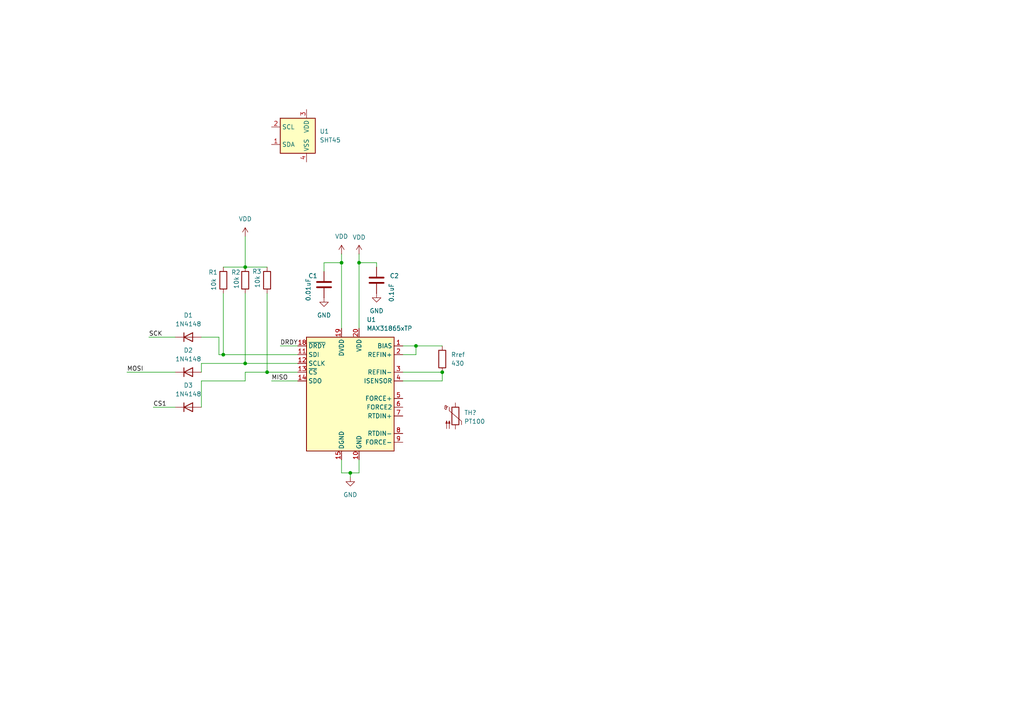
<source format=kicad_sch>
(kicad_sch
	(version 20231120)
	(generator "eeschema")
	(generator_version "8.0")
	(uuid "806c2b02-a4bc-495f-a2fb-3eb29a25edd2")
	(paper "A4")
	(lib_symbols
		(symbol "Device:C"
			(pin_numbers hide)
			(pin_names
				(offset 0.254)
			)
			(exclude_from_sim no)
			(in_bom yes)
			(on_board yes)
			(property "Reference" "C"
				(at 0.635 2.54 0)
				(effects
					(font
						(size 1.27 1.27)
					)
					(justify left)
				)
			)
			(property "Value" "C"
				(at 0.635 -2.54 0)
				(effects
					(font
						(size 1.27 1.27)
					)
					(justify left)
				)
			)
			(property "Footprint" ""
				(at 0.9652 -3.81 0)
				(effects
					(font
						(size 1.27 1.27)
					)
					(hide yes)
				)
			)
			(property "Datasheet" "~"
				(at 0 0 0)
				(effects
					(font
						(size 1.27 1.27)
					)
					(hide yes)
				)
			)
			(property "Description" "Unpolarized capacitor"
				(at 0 0 0)
				(effects
					(font
						(size 1.27 1.27)
					)
					(hide yes)
				)
			)
			(property "ki_keywords" "cap capacitor"
				(at 0 0 0)
				(effects
					(font
						(size 1.27 1.27)
					)
					(hide yes)
				)
			)
			(property "ki_fp_filters" "C_*"
				(at 0 0 0)
				(effects
					(font
						(size 1.27 1.27)
					)
					(hide yes)
				)
			)
			(symbol "C_0_1"
				(polyline
					(pts
						(xy -2.032 -0.762) (xy 2.032 -0.762)
					)
					(stroke
						(width 0.508)
						(type default)
					)
					(fill
						(type none)
					)
				)
				(polyline
					(pts
						(xy -2.032 0.762) (xy 2.032 0.762)
					)
					(stroke
						(width 0.508)
						(type default)
					)
					(fill
						(type none)
					)
				)
			)
			(symbol "C_1_1"
				(pin passive line
					(at 0 3.81 270)
					(length 2.794)
					(name "~"
						(effects
							(font
								(size 1.27 1.27)
							)
						)
					)
					(number "1"
						(effects
							(font
								(size 1.27 1.27)
							)
						)
					)
				)
				(pin passive line
					(at 0 -3.81 90)
					(length 2.794)
					(name "~"
						(effects
							(font
								(size 1.27 1.27)
							)
						)
					)
					(number "2"
						(effects
							(font
								(size 1.27 1.27)
							)
						)
					)
				)
			)
		)
		(symbol "Device:R"
			(pin_numbers hide)
			(pin_names
				(offset 0)
			)
			(exclude_from_sim no)
			(in_bom yes)
			(on_board yes)
			(property "Reference" "R"
				(at 2.032 0 90)
				(effects
					(font
						(size 1.27 1.27)
					)
				)
			)
			(property "Value" "R"
				(at 0 0 90)
				(effects
					(font
						(size 1.27 1.27)
					)
				)
			)
			(property "Footprint" ""
				(at -1.778 0 90)
				(effects
					(font
						(size 1.27 1.27)
					)
					(hide yes)
				)
			)
			(property "Datasheet" "~"
				(at 0 0 0)
				(effects
					(font
						(size 1.27 1.27)
					)
					(hide yes)
				)
			)
			(property "Description" "Resistor"
				(at 0 0 0)
				(effects
					(font
						(size 1.27 1.27)
					)
					(hide yes)
				)
			)
			(property "ki_keywords" "R res resistor"
				(at 0 0 0)
				(effects
					(font
						(size 1.27 1.27)
					)
					(hide yes)
				)
			)
			(property "ki_fp_filters" "R_*"
				(at 0 0 0)
				(effects
					(font
						(size 1.27 1.27)
					)
					(hide yes)
				)
			)
			(symbol "R_0_1"
				(rectangle
					(start -1.016 -2.54)
					(end 1.016 2.54)
					(stroke
						(width 0.254)
						(type default)
					)
					(fill
						(type none)
					)
				)
			)
			(symbol "R_1_1"
				(pin passive line
					(at 0 3.81 270)
					(length 1.27)
					(name "~"
						(effects
							(font
								(size 1.27 1.27)
							)
						)
					)
					(number "1"
						(effects
							(font
								(size 1.27 1.27)
							)
						)
					)
				)
				(pin passive line
					(at 0 -3.81 90)
					(length 1.27)
					(name "~"
						(effects
							(font
								(size 1.27 1.27)
							)
						)
					)
					(number "2"
						(effects
							(font
								(size 1.27 1.27)
							)
						)
					)
				)
			)
		)
		(symbol "Diode:1N4148"
			(pin_numbers hide)
			(pin_names hide)
			(exclude_from_sim no)
			(in_bom yes)
			(on_board yes)
			(property "Reference" "D"
				(at 0 2.54 0)
				(effects
					(font
						(size 1.27 1.27)
					)
				)
			)
			(property "Value" "1N4148"
				(at 0 -2.54 0)
				(effects
					(font
						(size 1.27 1.27)
					)
				)
			)
			(property "Footprint" "Diode_THT:D_DO-35_SOD27_P7.62mm_Horizontal"
				(at 0 0 0)
				(effects
					(font
						(size 1.27 1.27)
					)
					(hide yes)
				)
			)
			(property "Datasheet" "https://assets.nexperia.com/documents/data-sheet/1N4148_1N4448.pdf"
				(at 0 0 0)
				(effects
					(font
						(size 1.27 1.27)
					)
					(hide yes)
				)
			)
			(property "Description" "100V 0.15A standard switching diode, DO-35"
				(at 0 0 0)
				(effects
					(font
						(size 1.27 1.27)
					)
					(hide yes)
				)
			)
			(property "Sim.Device" "D"
				(at 0 0 0)
				(effects
					(font
						(size 1.27 1.27)
					)
					(hide yes)
				)
			)
			(property "Sim.Pins" "1=K 2=A"
				(at 0 0 0)
				(effects
					(font
						(size 1.27 1.27)
					)
					(hide yes)
				)
			)
			(property "ki_keywords" "diode"
				(at 0 0 0)
				(effects
					(font
						(size 1.27 1.27)
					)
					(hide yes)
				)
			)
			(property "ki_fp_filters" "D*DO?35*"
				(at 0 0 0)
				(effects
					(font
						(size 1.27 1.27)
					)
					(hide yes)
				)
			)
			(symbol "1N4148_0_1"
				(polyline
					(pts
						(xy -1.27 1.27) (xy -1.27 -1.27)
					)
					(stroke
						(width 0.254)
						(type default)
					)
					(fill
						(type none)
					)
				)
				(polyline
					(pts
						(xy 1.27 0) (xy -1.27 0)
					)
					(stroke
						(width 0)
						(type default)
					)
					(fill
						(type none)
					)
				)
				(polyline
					(pts
						(xy 1.27 1.27) (xy 1.27 -1.27) (xy -1.27 0) (xy 1.27 1.27)
					)
					(stroke
						(width 0.254)
						(type default)
					)
					(fill
						(type none)
					)
				)
			)
			(symbol "1N4148_1_1"
				(pin passive line
					(at -3.81 0 0)
					(length 2.54)
					(name "K"
						(effects
							(font
								(size 1.27 1.27)
							)
						)
					)
					(number "1"
						(effects
							(font
								(size 1.27 1.27)
							)
						)
					)
				)
				(pin passive line
					(at 3.81 0 180)
					(length 2.54)
					(name "A"
						(effects
							(font
								(size 1.27 1.27)
							)
						)
					)
					(number "2"
						(effects
							(font
								(size 1.27 1.27)
							)
						)
					)
				)
			)
		)
		(symbol "Sensor_Humidity:SHT4x"
			(exclude_from_sim no)
			(in_bom yes)
			(on_board yes)
			(property "Reference" "U"
				(at 0 8.89 0)
				(effects
					(font
						(size 1.27 1.27)
					)
					(justify right)
				)
			)
			(property "Value" "SHT4x"
				(at 0 6.35 0)
				(effects
					(font
						(size 1.27 1.27)
					)
					(justify right)
				)
			)
			(property "Footprint" "Sensor_Humidity:Sensirion_DFN-4_1.5x1.5mm_P0.8mm_SHT4x_NoCentralPad"
				(at 3.81 -6.35 0)
				(effects
					(font
						(size 1.27 1.27)
					)
					(justify left)
					(hide yes)
				)
			)
			(property "Datasheet" "https://sensirion.com/media/documents/33FD6951/624C4357/Datasheet_SHT4x.pdf"
				(at 3.81 -8.89 0)
				(effects
					(font
						(size 1.27 1.27)
					)
					(justify left)
					(hide yes)
				)
			)
			(property "Description" "Digital Humidity and Temperature Sensor, +/-1%RH, +/-0.1degC, I2C, 1.08-3.6V, 16bit, DFN-4"
				(at 0 0 0)
				(effects
					(font
						(size 1.27 1.27)
					)
					(hide yes)
				)
			)
			(property "ki_keywords" "Sensirion environment environmental measurement digital SHT40 SHT41 SHT45"
				(at 0 0 0)
				(effects
					(font
						(size 1.27 1.27)
					)
					(hide yes)
				)
			)
			(property "ki_fp_filters" "Sensirion?DFN*1.5x1.5mm*P0.8mm*SHT4x*"
				(at 0 0 0)
				(effects
					(font
						(size 1.27 1.27)
					)
					(hide yes)
				)
			)
			(symbol "SHT4x_1_1"
				(rectangle
					(start -5.08 5.08)
					(end 5.08 -5.08)
					(stroke
						(width 0.254)
						(type default)
					)
					(fill
						(type background)
					)
				)
				(pin bidirectional line
					(at -7.62 -2.54 0)
					(length 2.54)
					(name "SDA"
						(effects
							(font
								(size 1.27 1.27)
							)
						)
					)
					(number "1"
						(effects
							(font
								(size 1.27 1.27)
							)
						)
					)
				)
				(pin input line
					(at -7.62 2.54 0)
					(length 2.54)
					(name "SCL"
						(effects
							(font
								(size 1.27 1.27)
							)
						)
					)
					(number "2"
						(effects
							(font
								(size 1.27 1.27)
							)
						)
					)
				)
				(pin power_in line
					(at 2.54 7.62 270)
					(length 2.54)
					(name "VDD"
						(effects
							(font
								(size 1.27 1.27)
							)
						)
					)
					(number "3"
						(effects
							(font
								(size 1.27 1.27)
							)
						)
					)
				)
				(pin power_in line
					(at 2.54 -7.62 90)
					(length 2.54)
					(name "VSS"
						(effects
							(font
								(size 1.27 1.27)
							)
						)
					)
					(number "4"
						(effects
							(font
								(size 1.27 1.27)
							)
						)
					)
				)
			)
		)
		(symbol "Sensor_Temperature:MAX31865xTP"
			(exclude_from_sim no)
			(in_bom yes)
			(on_board yes)
			(property "Reference" "U"
				(at -11.43 19.05 0)
				(effects
					(font
						(size 1.27 1.27)
					)
				)
			)
			(property "Value" "MAX31865xTP"
				(at 10.16 19.05 0)
				(effects
					(font
						(size 1.27 1.27)
					)
				)
			)
			(property "Footprint" "Package_DFN_QFN:TQFN-20-1EP_5x5mm_P0.65mm_EP3.25x3.25mm"
				(at 3.81 -16.51 0)
				(effects
					(font
						(size 1.27 1.27)
					)
					(justify left)
					(hide yes)
				)
			)
			(property "Datasheet" "https://www.analog.com/media/en/technical-documentation/data-sheets/MAX31865.pdf"
				(at 0 2.54 0)
				(effects
					(font
						(size 1.27 1.27)
					)
					(hide yes)
				)
			)
			(property "Description" "RTD-to-Digital Converter, TQFN-20"
				(at 0 0 0)
				(effects
					(font
						(size 1.27 1.27)
					)
					(hide yes)
				)
			)
			(property "ki_keywords" "RTD SPI Temperature"
				(at 0 0 0)
				(effects
					(font
						(size 1.27 1.27)
					)
					(hide yes)
				)
			)
			(property "ki_fp_filters" "TQFN*1EP*5x5mm*P0.65mm*"
				(at 0 0 0)
				(effects
					(font
						(size 1.27 1.27)
					)
					(hide yes)
				)
			)
			(symbol "MAX31865xTP_0_1"
				(rectangle
					(start -12.7 17.78)
					(end 12.7 -15.24)
					(stroke
						(width 0.254)
						(type default)
					)
					(fill
						(type background)
					)
				)
			)
			(symbol "MAX31865xTP_1_1"
				(pin power_out line
					(at 15.24 15.24 180)
					(length 2.54)
					(name "BIAS"
						(effects
							(font
								(size 1.27 1.27)
							)
						)
					)
					(number "1"
						(effects
							(font
								(size 1.27 1.27)
							)
						)
					)
				)
				(pin power_in line
					(at 2.54 -17.78 90)
					(length 2.54)
					(name "GND"
						(effects
							(font
								(size 1.27 1.27)
							)
						)
					)
					(number "10"
						(effects
							(font
								(size 1.27 1.27)
							)
						)
					)
				)
				(pin input line
					(at -15.24 12.7 0)
					(length 2.54)
					(name "SDI"
						(effects
							(font
								(size 1.27 1.27)
							)
						)
					)
					(number "11"
						(effects
							(font
								(size 1.27 1.27)
							)
						)
					)
				)
				(pin input line
					(at -15.24 10.16 0)
					(length 2.54)
					(name "SCLK"
						(effects
							(font
								(size 1.27 1.27)
							)
						)
					)
					(number "12"
						(effects
							(font
								(size 1.27 1.27)
							)
						)
					)
				)
				(pin input line
					(at -15.24 7.62 0)
					(length 2.54)
					(name "~{CS}"
						(effects
							(font
								(size 1.27 1.27)
							)
						)
					)
					(number "13"
						(effects
							(font
								(size 1.27 1.27)
							)
						)
					)
				)
				(pin tri_state line
					(at -15.24 5.08 0)
					(length 2.54)
					(name "SDO"
						(effects
							(font
								(size 1.27 1.27)
							)
						)
					)
					(number "14"
						(effects
							(font
								(size 1.27 1.27)
							)
						)
					)
				)
				(pin power_in line
					(at -2.54 -17.78 90)
					(length 2.54)
					(name "DGND"
						(effects
							(font
								(size 1.27 1.27)
							)
						)
					)
					(number "15"
						(effects
							(font
								(size 1.27 1.27)
							)
						)
					)
				)
				(pin passive line
					(at 2.54 -17.78 90)
					(length 2.54) hide
					(name "GND"
						(effects
							(font
								(size 1.27 1.27)
							)
						)
					)
					(number "16"
						(effects
							(font
								(size 1.27 1.27)
							)
						)
					)
				)
				(pin no_connect line
					(at -12.7 -2.54 0)
					(length 2.54) hide
					(name "NC"
						(effects
							(font
								(size 1.27 1.27)
							)
						)
					)
					(number "17"
						(effects
							(font
								(size 1.27 1.27)
							)
						)
					)
				)
				(pin output line
					(at -15.24 15.24 0)
					(length 2.54)
					(name "~{DRDY}"
						(effects
							(font
								(size 1.27 1.27)
							)
						)
					)
					(number "18"
						(effects
							(font
								(size 1.27 1.27)
							)
						)
					)
				)
				(pin power_in line
					(at -2.54 20.32 270)
					(length 2.54)
					(name "DVDD"
						(effects
							(font
								(size 1.27 1.27)
							)
						)
					)
					(number "19"
						(effects
							(font
								(size 1.27 1.27)
							)
						)
					)
				)
				(pin input line
					(at 15.24 12.7 180)
					(length 2.54)
					(name "REFIN+"
						(effects
							(font
								(size 1.27 1.27)
							)
						)
					)
					(number "2"
						(effects
							(font
								(size 1.27 1.27)
							)
						)
					)
				)
				(pin power_in line
					(at 2.54 20.32 270)
					(length 2.54)
					(name "VDD"
						(effects
							(font
								(size 1.27 1.27)
							)
						)
					)
					(number "20"
						(effects
							(font
								(size 1.27 1.27)
							)
						)
					)
				)
				(pin passive line
					(at 2.54 -17.78 90)
					(length 2.54) hide
					(name "GND"
						(effects
							(font
								(size 1.27 1.27)
							)
						)
					)
					(number "21"
						(effects
							(font
								(size 1.27 1.27)
							)
						)
					)
				)
				(pin input line
					(at 15.24 7.62 180)
					(length 2.54)
					(name "REFIN-"
						(effects
							(font
								(size 1.27 1.27)
							)
						)
					)
					(number "3"
						(effects
							(font
								(size 1.27 1.27)
							)
						)
					)
				)
				(pin passive line
					(at 15.24 5.08 180)
					(length 2.54)
					(name "ISENSOR"
						(effects
							(font
								(size 1.27 1.27)
							)
						)
					)
					(number "4"
						(effects
							(font
								(size 1.27 1.27)
							)
						)
					)
				)
				(pin passive line
					(at 15.24 0 180)
					(length 2.54)
					(name "FORCE+"
						(effects
							(font
								(size 1.27 1.27)
							)
						)
					)
					(number "5"
						(effects
							(font
								(size 1.27 1.27)
							)
						)
					)
				)
				(pin input line
					(at 15.24 -2.54 180)
					(length 2.54)
					(name "FORCE2"
						(effects
							(font
								(size 1.27 1.27)
							)
						)
					)
					(number "6"
						(effects
							(font
								(size 1.27 1.27)
							)
						)
					)
				)
				(pin input line
					(at 15.24 -5.08 180)
					(length 2.54)
					(name "RTDIN+"
						(effects
							(font
								(size 1.27 1.27)
							)
						)
					)
					(number "7"
						(effects
							(font
								(size 1.27 1.27)
							)
						)
					)
				)
				(pin input line
					(at 15.24 -10.16 180)
					(length 2.54)
					(name "RTDIN-"
						(effects
							(font
								(size 1.27 1.27)
							)
						)
					)
					(number "8"
						(effects
							(font
								(size 1.27 1.27)
							)
						)
					)
				)
				(pin power_out line
					(at 15.24 -12.7 180)
					(length 2.54)
					(name "FORCE-"
						(effects
							(font
								(size 1.27 1.27)
							)
						)
					)
					(number "9"
						(effects
							(font
								(size 1.27 1.27)
							)
						)
					)
				)
			)
		)
		(symbol "Sensor_Temperature:PT100"
			(pin_numbers hide)
			(pin_names
				(offset 0)
			)
			(exclude_from_sim no)
			(in_bom yes)
			(on_board yes)
			(property "Reference" "TH"
				(at -4.445 0 90)
				(effects
					(font
						(size 1.27 1.27)
					)
				)
			)
			(property "Value" "PT100"
				(at 3.175 0 90)
				(effects
					(font
						(size 1.27 1.27)
					)
				)
			)
			(property "Footprint" ""
				(at 0 1.27 0)
				(effects
					(font
						(size 1.27 1.27)
					)
					(hide yes)
				)
			)
			(property "Datasheet" "https://www.heraeus.com/media/media/group/doc_group/products_1/hst/sot_to/de_15/to_92_d.pdf"
				(at 0 1.27 0)
				(effects
					(font
						(size 1.27 1.27)
					)
					(hide yes)
				)
			)
			(property "Description" "PT100 platinum temperature sensor (RTD)"
				(at 0 0 0)
				(effects
					(font
						(size 1.27 1.27)
					)
					(hide yes)
				)
			)
			(property "ki_keywords" "platinum temperature sensor RTD"
				(at 0 0 0)
				(effects
					(font
						(size 1.27 1.27)
					)
					(hide yes)
				)
			)
			(property "ki_fp_filters" "TO?92* PIN?ARRAY* bornier* Terminal?Block* SOD70* R*1206* R*0805*"
				(at 0 0 0)
				(effects
					(font
						(size 1.27 1.27)
					)
					(hide yes)
				)
			)
			(symbol "PT100_0_1"
				(arc
					(start -3.048 2.159)
					(mid -3.0495 2.3143)
					(end -3.175 2.413)
					(stroke
						(width 0)
						(type default)
					)
					(fill
						(type none)
					)
				)
				(arc
					(start -3.048 2.159)
					(mid -2.9736 1.9794)
					(end -2.794 1.905)
					(stroke
						(width 0)
						(type default)
					)
					(fill
						(type none)
					)
				)
				(arc
					(start -3.048 2.794)
					(mid -2.9736 2.6144)
					(end -2.794 2.54)
					(stroke
						(width 0)
						(type default)
					)
					(fill
						(type none)
					)
				)
				(arc
					(start -2.794 1.905)
					(mid -2.6144 1.9794)
					(end -2.54 2.159)
					(stroke
						(width 0)
						(type default)
					)
					(fill
						(type none)
					)
				)
				(arc
					(start -2.794 2.54)
					(mid -2.4393 2.5587)
					(end -2.159 2.794)
					(stroke
						(width 0)
						(type default)
					)
					(fill
						(type none)
					)
				)
				(arc
					(start -2.794 3.048)
					(mid -2.9736 2.9736)
					(end -3.048 2.794)
					(stroke
						(width 0)
						(type default)
					)
					(fill
						(type none)
					)
				)
				(arc
					(start -2.54 2.794)
					(mid -2.6144 2.9736)
					(end -2.794 3.048)
					(stroke
						(width 0)
						(type default)
					)
					(fill
						(type none)
					)
				)
				(rectangle
					(start -1.016 2.54)
					(end 1.016 -2.54)
					(stroke
						(width 0.254)
						(type default)
					)
					(fill
						(type none)
					)
				)
				(polyline
					(pts
						(xy -2.54 2.159) (xy -2.54 2.794)
					)
					(stroke
						(width 0)
						(type default)
					)
					(fill
						(type none)
					)
				)
				(polyline
					(pts
						(xy -1.778 2.54) (xy -1.778 1.524) (xy 1.778 -1.524) (xy 1.778 -2.54)
					)
					(stroke
						(width 0)
						(type default)
					)
					(fill
						(type none)
					)
				)
				(polyline
					(pts
						(xy -2.54 -3.683) (xy -2.54 -1.397) (xy -2.794 -2.159) (xy -2.286 -2.159) (xy -2.54 -1.397) (xy -2.54 -1.651)
					)
					(stroke
						(width 0)
						(type default)
					)
					(fill
						(type outline)
					)
				)
				(polyline
					(pts
						(xy -1.778 -3.683) (xy -1.778 -1.397) (xy -2.032 -2.159) (xy -1.524 -2.159) (xy -1.778 -1.397)
						(xy -1.778 -1.651)
					)
					(stroke
						(width 0)
						(type default)
					)
					(fill
						(type outline)
					)
				)
			)
			(symbol "PT100_1_1"
				(pin passive line
					(at 0 3.81 270)
					(length 1.27)
					(name "~"
						(effects
							(font
								(size 1.27 1.27)
							)
						)
					)
					(number "1"
						(effects
							(font
								(size 1.27 1.27)
							)
						)
					)
				)
				(pin passive line
					(at 0 -3.81 90)
					(length 1.27)
					(name "~"
						(effects
							(font
								(size 1.27 1.27)
							)
						)
					)
					(number "2"
						(effects
							(font
								(size 1.27 1.27)
							)
						)
					)
				)
			)
		)
		(symbol "power:GND"
			(power)
			(pin_numbers hide)
			(pin_names
				(offset 0) hide)
			(exclude_from_sim no)
			(in_bom yes)
			(on_board yes)
			(property "Reference" "#PWR"
				(at 0 -6.35 0)
				(effects
					(font
						(size 1.27 1.27)
					)
					(hide yes)
				)
			)
			(property "Value" "GND"
				(at 0 -3.81 0)
				(effects
					(font
						(size 1.27 1.27)
					)
				)
			)
			(property "Footprint" ""
				(at 0 0 0)
				(effects
					(font
						(size 1.27 1.27)
					)
					(hide yes)
				)
			)
			(property "Datasheet" ""
				(at 0 0 0)
				(effects
					(font
						(size 1.27 1.27)
					)
					(hide yes)
				)
			)
			(property "Description" "Power symbol creates a global label with name \"GND\" , ground"
				(at 0 0 0)
				(effects
					(font
						(size 1.27 1.27)
					)
					(hide yes)
				)
			)
			(property "ki_keywords" "global power"
				(at 0 0 0)
				(effects
					(font
						(size 1.27 1.27)
					)
					(hide yes)
				)
			)
			(symbol "GND_0_1"
				(polyline
					(pts
						(xy 0 0) (xy 0 -1.27) (xy 1.27 -1.27) (xy 0 -2.54) (xy -1.27 -1.27) (xy 0 -1.27)
					)
					(stroke
						(width 0)
						(type default)
					)
					(fill
						(type none)
					)
				)
			)
			(symbol "GND_1_1"
				(pin power_in line
					(at 0 0 270)
					(length 0)
					(name "~"
						(effects
							(font
								(size 1.27 1.27)
							)
						)
					)
					(number "1"
						(effects
							(font
								(size 1.27 1.27)
							)
						)
					)
				)
			)
		)
		(symbol "power:VDD"
			(power)
			(pin_numbers hide)
			(pin_names
				(offset 0) hide)
			(exclude_from_sim no)
			(in_bom yes)
			(on_board yes)
			(property "Reference" "#PWR"
				(at 0 -3.81 0)
				(effects
					(font
						(size 1.27 1.27)
					)
					(hide yes)
				)
			)
			(property "Value" "VDD"
				(at 0 3.556 0)
				(effects
					(font
						(size 1.27 1.27)
					)
				)
			)
			(property "Footprint" ""
				(at 0 0 0)
				(effects
					(font
						(size 1.27 1.27)
					)
					(hide yes)
				)
			)
			(property "Datasheet" ""
				(at 0 0 0)
				(effects
					(font
						(size 1.27 1.27)
					)
					(hide yes)
				)
			)
			(property "Description" "Power symbol creates a global label with name \"VDD\""
				(at 0 0 0)
				(effects
					(font
						(size 1.27 1.27)
					)
					(hide yes)
				)
			)
			(property "ki_keywords" "global power"
				(at 0 0 0)
				(effects
					(font
						(size 1.27 1.27)
					)
					(hide yes)
				)
			)
			(symbol "VDD_0_1"
				(polyline
					(pts
						(xy -0.762 1.27) (xy 0 2.54)
					)
					(stroke
						(width 0)
						(type default)
					)
					(fill
						(type none)
					)
				)
				(polyline
					(pts
						(xy 0 0) (xy 0 2.54)
					)
					(stroke
						(width 0)
						(type default)
					)
					(fill
						(type none)
					)
				)
				(polyline
					(pts
						(xy 0 2.54) (xy 0.762 1.27)
					)
					(stroke
						(width 0)
						(type default)
					)
					(fill
						(type none)
					)
				)
			)
			(symbol "VDD_1_1"
				(pin power_in line
					(at 0 0 90)
					(length 0)
					(name "~"
						(effects
							(font
								(size 1.27 1.27)
							)
						)
					)
					(number "1"
						(effects
							(font
								(size 1.27 1.27)
							)
						)
					)
				)
			)
		)
	)
	(junction
		(at 71.12 77.47)
		(diameter 0)
		(color 0 0 0 0)
		(uuid "0b9a8ff1-b581-4b45-af07-1477797977dc")
	)
	(junction
		(at 99.06 76.2)
		(diameter 0)
		(color 0 0 0 0)
		(uuid "10b83daa-3c4e-47f1-a9ff-68877fefed1e")
	)
	(junction
		(at 128.27 107.95)
		(diameter 0)
		(color 0 0 0 0)
		(uuid "4e5d3ea5-7339-49e6-91ce-bf0c6f7a60fe")
	)
	(junction
		(at 104.14 76.2)
		(diameter 0)
		(color 0 0 0 0)
		(uuid "581747c2-aca2-4428-a663-0e88453969fe")
	)
	(junction
		(at 77.47 107.95)
		(diameter 0)
		(color 0 0 0 0)
		(uuid "64a41aeb-1c03-45da-abbe-adb7d7fdc42c")
	)
	(junction
		(at 101.6 137.16)
		(diameter 0)
		(color 0 0 0 0)
		(uuid "69b47520-704c-4a18-9e27-5ba6ccbb5eb7")
	)
	(junction
		(at 71.12 105.41)
		(diameter 0)
		(color 0 0 0 0)
		(uuid "7b857b86-32c0-4e50-8434-1dfac657c3a4")
	)
	(junction
		(at 64.77 102.87)
		(diameter 0)
		(color 0 0 0 0)
		(uuid "abce3128-97ba-4402-8d58-11a842aa8c6c")
	)
	(junction
		(at 120.65 100.33)
		(diameter 0)
		(color 0 0 0 0)
		(uuid "f0c0f213-3faa-4b84-a9d8-b300b7f1fee8")
	)
	(wire
		(pts
			(xy 58.42 110.49) (xy 71.12 110.49)
		)
		(stroke
			(width 0)
			(type default)
		)
		(uuid "0471a097-ba8b-410f-b7fa-991b0ef580e2")
	)
	(wire
		(pts
			(xy 120.65 100.33) (xy 120.65 102.87)
		)
		(stroke
			(width 0)
			(type default)
		)
		(uuid "0977a41a-15a2-44a0-b042-815c0a1a6ef6")
	)
	(wire
		(pts
			(xy 77.47 85.09) (xy 77.47 107.95)
		)
		(stroke
			(width 0)
			(type default)
		)
		(uuid "0a4f4b9d-86f8-4069-a0e1-0754c8c0e584")
	)
	(wire
		(pts
			(xy 58.42 107.95) (xy 58.42 105.41)
		)
		(stroke
			(width 0)
			(type default)
		)
		(uuid "0ed21687-db04-44c2-bc20-e3bf7689b53e")
	)
	(wire
		(pts
			(xy 64.77 102.87) (xy 86.36 102.87)
		)
		(stroke
			(width 0)
			(type default)
		)
		(uuid "21c9d24b-8b89-4dca-a247-12244f0e6773")
	)
	(wire
		(pts
			(xy 120.65 102.87) (xy 116.84 102.87)
		)
		(stroke
			(width 0)
			(type default)
		)
		(uuid "27d37fb2-4930-42b7-ab0b-cbcac45a06b2")
	)
	(wire
		(pts
			(xy 58.42 97.79) (xy 63.5 97.79)
		)
		(stroke
			(width 0)
			(type default)
		)
		(uuid "2f5dfd21-513b-4ffe-8eef-1edd5a92510b")
	)
	(wire
		(pts
			(xy 58.42 110.49) (xy 58.42 118.11)
		)
		(stroke
			(width 0)
			(type default)
		)
		(uuid "352041ae-7915-42ae-8f24-ce30c723332b")
	)
	(wire
		(pts
			(xy 58.42 105.41) (xy 71.12 105.41)
		)
		(stroke
			(width 0)
			(type default)
		)
		(uuid "3f5a6506-40bc-4c98-a22c-893f694a5a14")
	)
	(wire
		(pts
			(xy 71.12 68.58) (xy 71.12 77.47)
		)
		(stroke
			(width 0)
			(type default)
		)
		(uuid "45831102-7a30-464a-99d2-6e79eaa7ce95")
	)
	(wire
		(pts
			(xy 36.83 107.95) (xy 50.8 107.95)
		)
		(stroke
			(width 0)
			(type default)
		)
		(uuid "4e0995f5-8767-436c-b50b-ed211dd0095a")
	)
	(wire
		(pts
			(xy 63.5 102.87) (xy 63.5 97.79)
		)
		(stroke
			(width 0)
			(type default)
		)
		(uuid "53d15ac3-6883-45b6-94dd-00cd5039c686")
	)
	(wire
		(pts
			(xy 109.22 76.2) (xy 104.14 76.2)
		)
		(stroke
			(width 0)
			(type default)
		)
		(uuid "56b57b3c-f74b-436e-831a-52ba2d716549")
	)
	(wire
		(pts
			(xy 64.77 85.09) (xy 64.77 102.87)
		)
		(stroke
			(width 0)
			(type default)
		)
		(uuid "5e8b756b-36cc-48fb-855b-4b776fbb4492")
	)
	(wire
		(pts
			(xy 93.98 76.2) (xy 99.06 76.2)
		)
		(stroke
			(width 0)
			(type default)
		)
		(uuid "5fb74097-53c4-4250-8329-f02d25123094")
	)
	(wire
		(pts
			(xy 99.06 133.35) (xy 99.06 137.16)
		)
		(stroke
			(width 0)
			(type default)
		)
		(uuid "7223208d-1f36-4ad3-acde-715bb4c86aee")
	)
	(wire
		(pts
			(xy 71.12 105.41) (xy 86.36 105.41)
		)
		(stroke
			(width 0)
			(type default)
		)
		(uuid "741e7733-0fb2-46ab-b43f-e51df0d1463e")
	)
	(wire
		(pts
			(xy 116.84 107.95) (xy 128.27 107.95)
		)
		(stroke
			(width 0)
			(type default)
		)
		(uuid "76079cae-89d5-4365-9a91-3a4d32c4b118")
	)
	(wire
		(pts
			(xy 104.14 76.2) (xy 104.14 73.66)
		)
		(stroke
			(width 0)
			(type default)
		)
		(uuid "8252952e-5349-4595-85c8-e2328675563e")
	)
	(wire
		(pts
			(xy 71.12 110.49) (xy 71.12 107.95)
		)
		(stroke
			(width 0)
			(type default)
		)
		(uuid "826eda66-0b64-4a7f-a527-ccbebc350c33")
	)
	(wire
		(pts
			(xy 44.45 118.11) (xy 50.8 118.11)
		)
		(stroke
			(width 0)
			(type default)
		)
		(uuid "8346225b-0000-4620-981d-048049e11cde")
	)
	(wire
		(pts
			(xy 101.6 137.16) (xy 101.6 138.43)
		)
		(stroke
			(width 0)
			(type default)
		)
		(uuid "8359f7c5-6971-4ecd-9864-00bba2e6b682")
	)
	(wire
		(pts
			(xy 63.5 102.87) (xy 64.77 102.87)
		)
		(stroke
			(width 0)
			(type default)
		)
		(uuid "8c447247-cdfa-493d-bf35-64c4c87d5379")
	)
	(wire
		(pts
			(xy 116.84 110.49) (xy 128.27 110.49)
		)
		(stroke
			(width 0)
			(type default)
		)
		(uuid "9572ec05-eefd-4462-b5ad-cec1dc281fc6")
	)
	(wire
		(pts
			(xy 104.14 95.25) (xy 104.14 76.2)
		)
		(stroke
			(width 0)
			(type default)
		)
		(uuid "962dd8b5-41a3-418c-a023-b1d403ea97bb")
	)
	(wire
		(pts
			(xy 43.18 97.79) (xy 50.8 97.79)
		)
		(stroke
			(width 0)
			(type default)
		)
		(uuid "9e8960af-7940-4f64-962b-28b8cc546f50")
	)
	(wire
		(pts
			(xy 71.12 77.47) (xy 77.47 77.47)
		)
		(stroke
			(width 0)
			(type default)
		)
		(uuid "aa505000-d4f5-48a5-8a12-29d2dfd864d5")
	)
	(wire
		(pts
			(xy 78.74 110.49) (xy 86.36 110.49)
		)
		(stroke
			(width 0)
			(type default)
		)
		(uuid "ace7d729-e984-4bee-ad32-d804b40cec82")
	)
	(wire
		(pts
			(xy 77.47 107.95) (xy 86.36 107.95)
		)
		(stroke
			(width 0)
			(type default)
		)
		(uuid "ade4102b-7094-4eb2-8658-1921d57a219f")
	)
	(wire
		(pts
			(xy 116.84 100.33) (xy 120.65 100.33)
		)
		(stroke
			(width 0)
			(type default)
		)
		(uuid "b28fa459-e600-42d4-8923-7998272b31a5")
	)
	(wire
		(pts
			(xy 128.27 110.49) (xy 128.27 107.95)
		)
		(stroke
			(width 0)
			(type default)
		)
		(uuid "b9aeab1b-a27b-492f-9bc8-abc78c2c5293")
	)
	(wire
		(pts
			(xy 104.14 133.35) (xy 104.14 137.16)
		)
		(stroke
			(width 0)
			(type default)
		)
		(uuid "bb2a5d81-f8af-4f9e-bb85-9cfdee8a3a87")
	)
	(wire
		(pts
			(xy 109.22 77.47) (xy 109.22 76.2)
		)
		(stroke
			(width 0)
			(type default)
		)
		(uuid "c0e661b6-c8ac-430b-a321-9c08aff84000")
	)
	(wire
		(pts
			(xy 99.06 73.66) (xy 99.06 76.2)
		)
		(stroke
			(width 0)
			(type default)
		)
		(uuid "c81221b5-6f51-45f3-b682-bafcd3c49632")
	)
	(wire
		(pts
			(xy 71.12 85.09) (xy 71.12 105.41)
		)
		(stroke
			(width 0)
			(type default)
		)
		(uuid "cc6d3496-ad64-4823-ac85-ae9cd2a8a553")
	)
	(wire
		(pts
			(xy 101.6 137.16) (xy 104.14 137.16)
		)
		(stroke
			(width 0)
			(type default)
		)
		(uuid "d9b4e71f-33a1-4940-a26e-943c252a127e")
	)
	(wire
		(pts
			(xy 64.77 77.47) (xy 71.12 77.47)
		)
		(stroke
			(width 0)
			(type default)
		)
		(uuid "e2f9b283-1dfb-454f-b143-5494b84a2601")
	)
	(wire
		(pts
			(xy 71.12 107.95) (xy 77.47 107.95)
		)
		(stroke
			(width 0)
			(type default)
		)
		(uuid "e572793a-c9ac-4294-b203-bbec7b19f846")
	)
	(wire
		(pts
			(xy 99.06 137.16) (xy 101.6 137.16)
		)
		(stroke
			(width 0)
			(type default)
		)
		(uuid "e993a676-bdce-47d7-97dc-2b6f5b978d38")
	)
	(wire
		(pts
			(xy 120.65 100.33) (xy 128.27 100.33)
		)
		(stroke
			(width 0)
			(type default)
		)
		(uuid "f3b68983-15eb-427d-ac8a-a94a47c735bd")
	)
	(wire
		(pts
			(xy 93.98 78.74) (xy 93.98 76.2)
		)
		(stroke
			(width 0)
			(type default)
		)
		(uuid "f5c37bfc-3470-489d-a153-b60fe33f7a94")
	)
	(wire
		(pts
			(xy 99.06 76.2) (xy 99.06 95.25)
		)
		(stroke
			(width 0)
			(type default)
		)
		(uuid "f66b523a-bfe0-47eb-abdd-d75d3a3d716d")
	)
	(wire
		(pts
			(xy 81.28 100.33) (xy 86.36 100.33)
		)
		(stroke
			(width 0)
			(type default)
		)
		(uuid "f9be439f-3136-403c-af0e-fb4b46b7f1a0")
	)
	(label "DRDY"
		(at 81.28 100.33 0)
		(fields_autoplaced yes)
		(effects
			(font
				(size 1.27 1.27)
			)
			(justify left bottom)
		)
		(uuid "299e3da5-4b63-49ca-a0ce-7e973cc33db4")
	)
	(label "MISO"
		(at 78.74 110.49 0)
		(fields_autoplaced yes)
		(effects
			(font
				(size 1.27 1.27)
			)
			(justify left bottom)
		)
		(uuid "2dd2094a-dfc7-4bc9-b73e-58b1678f75d9")
	)
	(label "CS1"
		(at 44.45 118.11 0)
		(fields_autoplaced yes)
		(effects
			(font
				(size 1.27 1.27)
			)
			(justify left bottom)
		)
		(uuid "59bfb2e4-0ac6-4fce-b9f3-16f1f317fa55")
	)
	(label "SCK"
		(at 43.18 97.79 0)
		(fields_autoplaced yes)
		(effects
			(font
				(size 1.27 1.27)
			)
			(justify left bottom)
		)
		(uuid "c2ed4ad8-3b72-4a5f-963a-79d9bdd20770")
	)
	(label "MOSI"
		(at 36.83 107.95 0)
		(fields_autoplaced yes)
		(effects
			(font
				(size 1.27 1.27)
			)
			(justify left bottom)
		)
		(uuid "ef78cc93-9f72-447a-bd68-a977ae91d7f5")
	)
	(symbol
		(lib_id "Sensor_Temperature:PT100")
		(at 132.08 120.65 0)
		(unit 1)
		(exclude_from_sim no)
		(in_bom yes)
		(on_board yes)
		(dnp no)
		(fields_autoplaced yes)
		(uuid "01dc5699-6b2c-4b2c-8b1d-273c434b0776")
		(property "Reference" "TH?"
			(at 134.62 119.6974 0)
			(effects
				(font
					(size 1.27 1.27)
				)
				(justify left)
			)
		)
		(property "Value" "PT100"
			(at 134.62 122.2374 0)
			(effects
				(font
					(size 1.27 1.27)
				)
				(justify left)
			)
		)
		(property "Footprint" ""
			(at 132.08 119.38 0)
			(effects
				(font
					(size 1.27 1.27)
				)
				(hide yes)
			)
		)
		(property "Datasheet" "https://www.heraeus.com/media/media/group/doc_group/products_1/hst/sot_to/de_15/to_92_d.pdf"
			(at 132.08 119.38 0)
			(effects
				(font
					(size 1.27 1.27)
				)
				(hide yes)
			)
		)
		(property "Description" "PT100 platinum temperature sensor (RTD)"
			(at 132.08 120.65 0)
			(effects
				(font
					(size 1.27 1.27)
				)
				(hide yes)
			)
		)
		(pin "2"
			(uuid "0758d69f-d8d4-40a4-911f-edf30271d27b")
		)
		(pin "1"
			(uuid "42077f03-c33e-44d0-98a9-8205034c10d1")
		)
		(instances
			(project ""
				(path "/806c2b02-a4bc-495f-a2fb-3eb29a25edd2"
					(reference "TH?")
					(unit 1)
				)
			)
		)
	)
	(symbol
		(lib_id "power:VDD")
		(at 99.06 73.66 0)
		(unit 1)
		(exclude_from_sim no)
		(in_bom yes)
		(on_board yes)
		(dnp no)
		(fields_autoplaced yes)
		(uuid "0e3c087d-2f3b-41aa-83c0-b8ca5e2b229e")
		(property "Reference" "#PWR01"
			(at 99.06 77.47 0)
			(effects
				(font
					(size 1.27 1.27)
				)
				(hide yes)
			)
		)
		(property "Value" "VDD"
			(at 99.06 68.58 0)
			(effects
				(font
					(size 1.27 1.27)
				)
			)
		)
		(property "Footprint" ""
			(at 99.06 73.66 0)
			(effects
				(font
					(size 1.27 1.27)
				)
				(hide yes)
			)
		)
		(property "Datasheet" ""
			(at 99.06 73.66 0)
			(effects
				(font
					(size 1.27 1.27)
				)
				(hide yes)
			)
		)
		(property "Description" "Power symbol creates a global label with name \"VDD\""
			(at 99.06 73.66 0)
			(effects
				(font
					(size 1.27 1.27)
				)
				(hide yes)
			)
		)
		(pin "1"
			(uuid "2a6dc44e-433f-45ae-bfa7-07b956fc25ce")
		)
		(instances
			(project ""
				(path "/806c2b02-a4bc-495f-a2fb-3eb29a25edd2"
					(reference "#PWR01")
					(unit 1)
				)
			)
		)
	)
	(symbol
		(lib_id "Device:R")
		(at 71.12 81.28 180)
		(unit 1)
		(exclude_from_sim no)
		(in_bom yes)
		(on_board yes)
		(dnp no)
		(uuid "1d7586dc-edaf-4e19-b658-cf72272e340b")
		(property "Reference" "R2"
			(at 67.056 78.994 0)
			(effects
				(font
					(size 1.27 1.27)
				)
				(justify right)
			)
		)
		(property "Value" "10k"
			(at 68.58 83.82 90)
			(effects
				(font
					(size 1.27 1.27)
				)
				(justify right)
			)
		)
		(property "Footprint" ""
			(at 72.898 81.28 90)
			(effects
				(font
					(size 1.27 1.27)
				)
				(hide yes)
			)
		)
		(property "Datasheet" "~"
			(at 71.12 81.28 0)
			(effects
				(font
					(size 1.27 1.27)
				)
				(hide yes)
			)
		)
		(property "Description" "Resistor"
			(at 71.12 81.28 0)
			(effects
				(font
					(size 1.27 1.27)
				)
				(hide yes)
			)
		)
		(pin "1"
			(uuid "19e4405c-4fdf-4ade-b947-8d0abb895989")
		)
		(pin "2"
			(uuid "eac2e37a-db58-43d0-904e-a3e4fd6963db")
		)
		(instances
			(project "max31865"
				(path "/806c2b02-a4bc-495f-a2fb-3eb29a25edd2"
					(reference "R2")
					(unit 1)
				)
			)
		)
	)
	(symbol
		(lib_id "power:GND")
		(at 101.6 138.43 0)
		(unit 1)
		(exclude_from_sim no)
		(in_bom yes)
		(on_board yes)
		(dnp no)
		(fields_autoplaced yes)
		(uuid "41982441-fe81-4cda-bb1e-7508070e0d88")
		(property "Reference" "#PWR03"
			(at 101.6 144.78 0)
			(effects
				(font
					(size 1.27 1.27)
				)
				(hide yes)
			)
		)
		(property "Value" "GND"
			(at 101.6 143.51 0)
			(effects
				(font
					(size 1.27 1.27)
				)
			)
		)
		(property "Footprint" ""
			(at 101.6 138.43 0)
			(effects
				(font
					(size 1.27 1.27)
				)
				(hide yes)
			)
		)
		(property "Datasheet" ""
			(at 101.6 138.43 0)
			(effects
				(font
					(size 1.27 1.27)
				)
				(hide yes)
			)
		)
		(property "Description" "Power symbol creates a global label with name \"GND\" , ground"
			(at 101.6 138.43 0)
			(effects
				(font
					(size 1.27 1.27)
				)
				(hide yes)
			)
		)
		(pin "1"
			(uuid "d57881d7-5c48-462e-afd5-083ea0179bae")
		)
		(instances
			(project ""
				(path "/806c2b02-a4bc-495f-a2fb-3eb29a25edd2"
					(reference "#PWR03")
					(unit 1)
				)
			)
		)
	)
	(symbol
		(lib_id "Diode:1N4148")
		(at 54.61 118.11 0)
		(unit 1)
		(exclude_from_sim no)
		(in_bom yes)
		(on_board yes)
		(dnp no)
		(fields_autoplaced yes)
		(uuid "5d67dcd8-9ca9-45e5-97b6-e614ce094980")
		(property "Reference" "D3"
			(at 54.61 111.76 0)
			(effects
				(font
					(size 1.27 1.27)
				)
			)
		)
		(property "Value" "1N4148"
			(at 54.61 114.3 0)
			(effects
				(font
					(size 1.27 1.27)
				)
			)
		)
		(property "Footprint" "Diode_THT:D_DO-35_SOD27_P7.62mm_Horizontal"
			(at 54.61 118.11 0)
			(effects
				(font
					(size 1.27 1.27)
				)
				(hide yes)
			)
		)
		(property "Datasheet" "https://assets.nexperia.com/documents/data-sheet/1N4148_1N4448.pdf"
			(at 54.61 118.11 0)
			(effects
				(font
					(size 1.27 1.27)
				)
				(hide yes)
			)
		)
		(property "Description" "100V 0.15A standard switching diode, DO-35"
			(at 54.61 118.11 0)
			(effects
				(font
					(size 1.27 1.27)
				)
				(hide yes)
			)
		)
		(property "Sim.Device" "D"
			(at 54.61 118.11 0)
			(effects
				(font
					(size 1.27 1.27)
				)
				(hide yes)
			)
		)
		(property "Sim.Pins" "1=K 2=A"
			(at 54.61 118.11 0)
			(effects
				(font
					(size 1.27 1.27)
				)
				(hide yes)
			)
		)
		(pin "2"
			(uuid "1188712e-f614-4d27-9a25-dcee8f459c25")
		)
		(pin "1"
			(uuid "0f925839-9290-4364-b3fa-bef96256a3ea")
		)
		(instances
			(project "max31865"
				(path "/806c2b02-a4bc-495f-a2fb-3eb29a25edd2"
					(reference "D3")
					(unit 1)
				)
			)
		)
	)
	(symbol
		(lib_id "Sensor_Temperature:MAX31865xTP")
		(at 101.6 115.57 0)
		(unit 1)
		(exclude_from_sim no)
		(in_bom yes)
		(on_board yes)
		(dnp no)
		(fields_autoplaced yes)
		(uuid "5f2ab3a3-136a-4679-876c-86eaed0f3a8a")
		(property "Reference" "U1"
			(at 106.3341 92.71 0)
			(effects
				(font
					(size 1.27 1.27)
				)
				(justify left)
			)
		)
		(property "Value" "MAX31865xTP"
			(at 106.3341 95.25 0)
			(effects
				(font
					(size 1.27 1.27)
				)
				(justify left)
			)
		)
		(property "Footprint" "Package_DFN_QFN:TQFN-20-1EP_5x5mm_P0.65mm_EP3.25x3.25mm"
			(at 105.41 132.08 0)
			(effects
				(font
					(size 1.27 1.27)
				)
				(justify left)
				(hide yes)
			)
		)
		(property "Datasheet" "https://www.analog.com/media/en/technical-documentation/data-sheets/MAX31865.pdf"
			(at 101.6 113.03 0)
			(effects
				(font
					(size 1.27 1.27)
				)
				(hide yes)
			)
		)
		(property "Description" "RTD-to-Digital Converter, TQFN-20"
			(at 101.6 115.57 0)
			(effects
				(font
					(size 1.27 1.27)
				)
				(hide yes)
			)
		)
		(pin "16"
			(uuid "d5893a6f-d4ad-493e-898e-567e03b3cf16")
		)
		(pin "8"
			(uuid "34d35f42-b82a-48a4-a4ba-1e0760095b80")
		)
		(pin "11"
			(uuid "a81bbc76-b07e-4a4c-aadf-b9564ec978b1")
		)
		(pin "13"
			(uuid "2c65e928-cad6-4b46-b550-60b6bc0d44e4")
		)
		(pin "15"
			(uuid "4d5f5d1c-0bf6-4030-973a-8aeb9f886ed8")
		)
		(pin "6"
			(uuid "be796859-d36f-4f7e-b6c8-72a0e6e293d0")
		)
		(pin "3"
			(uuid "acfac9c6-9499-4f32-bcf7-5280a608fd3a")
		)
		(pin "17"
			(uuid "1e376538-aa5a-4b11-9b2e-13fea9aa23d2")
		)
		(pin "10"
			(uuid "81de64f1-5acf-4987-9401-4ae8453fa1df")
		)
		(pin "7"
			(uuid "49deb7c5-267f-4cdc-a826-6991b0b6d696")
		)
		(pin "1"
			(uuid "e5e5b81c-875b-40d9-9e40-35ebd6c0459c")
		)
		(pin "2"
			(uuid "c99f11cb-2925-4fe4-9d6e-7f36830577e0")
		)
		(pin "12"
			(uuid "dbff0e6f-89dc-4296-bbee-fe1266f90eed")
		)
		(pin "4"
			(uuid "667ff4c6-66a2-4463-88b9-214cce4150ba")
		)
		(pin "5"
			(uuid "3b243c1f-da27-4768-991f-330433e1844d")
		)
		(pin "14"
			(uuid "dcafbe17-e926-437e-bfe1-9fa00f9535e7")
		)
		(pin "19"
			(uuid "4f032ed5-aad9-418e-9df5-261323b98a08")
		)
		(pin "18"
			(uuid "ee2bf50d-fcea-4979-9db2-756292a72e39")
		)
		(pin "20"
			(uuid "9fc22c42-689a-4786-b651-011925b70e39")
		)
		(pin "21"
			(uuid "925d932f-0ce8-4e71-bdf7-6debefcf8a73")
		)
		(pin "9"
			(uuid "364e1e6d-f97a-4915-984e-f7edd1e02ca7")
		)
		(instances
			(project ""
				(path "/806c2b02-a4bc-495f-a2fb-3eb29a25edd2"
					(reference "U1")
					(unit 1)
				)
			)
		)
	)
	(symbol
		(lib_id "power:VDD")
		(at 71.12 68.58 0)
		(unit 1)
		(exclude_from_sim no)
		(in_bom yes)
		(on_board yes)
		(dnp no)
		(fields_autoplaced yes)
		(uuid "75155a8a-78a2-4f46-b610-a081d420f179")
		(property "Reference" "#PWR04"
			(at 71.12 72.39 0)
			(effects
				(font
					(size 1.27 1.27)
				)
				(hide yes)
			)
		)
		(property "Value" "VDD"
			(at 71.12 63.5 0)
			(effects
				(font
					(size 1.27 1.27)
				)
			)
		)
		(property "Footprint" ""
			(at 71.12 68.58 0)
			(effects
				(font
					(size 1.27 1.27)
				)
				(hide yes)
			)
		)
		(property "Datasheet" ""
			(at 71.12 68.58 0)
			(effects
				(font
					(size 1.27 1.27)
				)
				(hide yes)
			)
		)
		(property "Description" "Power symbol creates a global label with name \"VDD\""
			(at 71.12 68.58 0)
			(effects
				(font
					(size 1.27 1.27)
				)
				(hide yes)
			)
		)
		(pin "1"
			(uuid "3513a1c6-8192-40cd-9aa3-d71d0946cfcf")
		)
		(instances
			(project "max31865"
				(path "/806c2b02-a4bc-495f-a2fb-3eb29a25edd2"
					(reference "#PWR04")
					(unit 1)
				)
			)
		)
	)
	(symbol
		(lib_id "Diode:1N4148")
		(at 54.61 107.95 0)
		(unit 1)
		(exclude_from_sim no)
		(in_bom yes)
		(on_board yes)
		(dnp no)
		(fields_autoplaced yes)
		(uuid "8db7ed7c-0f1b-42f7-b441-64fb22639b80")
		(property "Reference" "D2"
			(at 54.61 101.6 0)
			(effects
				(font
					(size 1.27 1.27)
				)
			)
		)
		(property "Value" "1N4148"
			(at 54.61 104.14 0)
			(effects
				(font
					(size 1.27 1.27)
				)
			)
		)
		(property "Footprint" "Diode_THT:D_DO-35_SOD27_P7.62mm_Horizontal"
			(at 54.61 107.95 0)
			(effects
				(font
					(size 1.27 1.27)
				)
				(hide yes)
			)
		)
		(property "Datasheet" "https://assets.nexperia.com/documents/data-sheet/1N4148_1N4448.pdf"
			(at 54.61 107.95 0)
			(effects
				(font
					(size 1.27 1.27)
				)
				(hide yes)
			)
		)
		(property "Description" "100V 0.15A standard switching diode, DO-35"
			(at 54.61 107.95 0)
			(effects
				(font
					(size 1.27 1.27)
				)
				(hide yes)
			)
		)
		(property "Sim.Device" "D"
			(at 54.61 107.95 0)
			(effects
				(font
					(size 1.27 1.27)
				)
				(hide yes)
			)
		)
		(property "Sim.Pins" "1=K 2=A"
			(at 54.61 107.95 0)
			(effects
				(font
					(size 1.27 1.27)
				)
				(hide yes)
			)
		)
		(pin "2"
			(uuid "9c705443-81ae-4f62-89a2-65651d093268")
		)
		(pin "1"
			(uuid "5e323afc-86e1-4ed2-9278-f39279574f84")
		)
		(instances
			(project "max31865"
				(path "/806c2b02-a4bc-495f-a2fb-3eb29a25edd2"
					(reference "D2")
					(unit 1)
				)
			)
		)
	)
	(symbol
		(lib_id "Device:R")
		(at 77.47 81.28 0)
		(unit 1)
		(exclude_from_sim no)
		(in_bom yes)
		(on_board yes)
		(dnp no)
		(uuid "95aaaf11-afbf-4d17-9160-0862d966bf54")
		(property "Reference" "R3"
			(at 73.152 78.74 0)
			(effects
				(font
					(size 1.27 1.27)
				)
				(justify left)
			)
		)
		(property "Value" "10k"
			(at 74.676 83.566 90)
			(effects
				(font
					(size 1.27 1.27)
				)
				(justify left)
			)
		)
		(property "Footprint" ""
			(at 75.692 81.28 90)
			(effects
				(font
					(size 1.27 1.27)
				)
				(hide yes)
			)
		)
		(property "Datasheet" "~"
			(at 77.47 81.28 0)
			(effects
				(font
					(size 1.27 1.27)
				)
				(hide yes)
			)
		)
		(property "Description" "Resistor"
			(at 77.47 81.28 0)
			(effects
				(font
					(size 1.27 1.27)
				)
				(hide yes)
			)
		)
		(pin "1"
			(uuid "dad3345c-4c4a-4af5-9f16-f4b10590917c")
		)
		(pin "2"
			(uuid "efbbadbd-3157-4256-b2e0-35dfb2b8f3fd")
		)
		(instances
			(project "max31865"
				(path "/806c2b02-a4bc-495f-a2fb-3eb29a25edd2"
					(reference "R3")
					(unit 1)
				)
			)
		)
	)
	(symbol
		(lib_id "power:GND")
		(at 109.22 85.09 0)
		(unit 1)
		(exclude_from_sim no)
		(in_bom yes)
		(on_board yes)
		(dnp no)
		(fields_autoplaced yes)
		(uuid "97fde580-1399-4e4a-90e0-c60a2cf25a7b")
		(property "Reference" "#PWR06"
			(at 109.22 91.44 0)
			(effects
				(font
					(size 1.27 1.27)
				)
				(hide yes)
			)
		)
		(property "Value" "GND"
			(at 109.22 90.17 0)
			(effects
				(font
					(size 1.27 1.27)
				)
			)
		)
		(property "Footprint" ""
			(at 109.22 85.09 0)
			(effects
				(font
					(size 1.27 1.27)
				)
				(hide yes)
			)
		)
		(property "Datasheet" ""
			(at 109.22 85.09 0)
			(effects
				(font
					(size 1.27 1.27)
				)
				(hide yes)
			)
		)
		(property "Description" "Power symbol creates a global label with name \"GND\" , ground"
			(at 109.22 85.09 0)
			(effects
				(font
					(size 1.27 1.27)
				)
				(hide yes)
			)
		)
		(pin "1"
			(uuid "3d7f4b3a-1601-4c7f-bc69-30095299f7d0")
		)
		(instances
			(project ""
				(path "/806c2b02-a4bc-495f-a2fb-3eb29a25edd2"
					(reference "#PWR06")
					(unit 1)
				)
			)
		)
	)
	(symbol
		(lib_id "Device:R")
		(at 64.77 81.28 0)
		(unit 1)
		(exclude_from_sim no)
		(in_bom yes)
		(on_board yes)
		(dnp no)
		(uuid "992a3db7-df33-4fa4-99b2-67f971e51308")
		(property "Reference" "R1"
			(at 60.452 78.994 0)
			(effects
				(font
					(size 1.27 1.27)
				)
				(justify left)
			)
		)
		(property "Value" "10k"
			(at 61.976 84.328 90)
			(effects
				(font
					(size 1.27 1.27)
				)
				(justify left)
			)
		)
		(property "Footprint" ""
			(at 62.992 81.28 90)
			(effects
				(font
					(size 1.27 1.27)
				)
				(hide yes)
			)
		)
		(property "Datasheet" "~"
			(at 64.77 81.28 0)
			(effects
				(font
					(size 1.27 1.27)
				)
				(hide yes)
			)
		)
		(property "Description" "Resistor"
			(at 64.77 81.28 0)
			(effects
				(font
					(size 1.27 1.27)
				)
				(hide yes)
			)
		)
		(pin "1"
			(uuid "0fca5842-dd77-485f-adaa-21e2b16e91af")
		)
		(pin "2"
			(uuid "68919544-ca61-4d6e-bdec-2092abc25d78")
		)
		(instances
			(project ""
				(path "/806c2b02-a4bc-495f-a2fb-3eb29a25edd2"
					(reference "R1")
					(unit 1)
				)
			)
		)
	)
	(symbol
		(lib_id "Device:C")
		(at 109.22 81.28 0)
		(unit 1)
		(exclude_from_sim no)
		(in_bom yes)
		(on_board yes)
		(dnp no)
		(uuid "9f293d51-fdd8-4814-8882-ac7ffd336d03")
		(property "Reference" "C2"
			(at 113.03 80.0099 0)
			(effects
				(font
					(size 1.27 1.27)
				)
				(justify left)
			)
		)
		(property "Value" "0.1uF"
			(at 113.538 87.63 90)
			(effects
				(font
					(size 1.27 1.27)
				)
				(justify left)
			)
		)
		(property "Footprint" ""
			(at 110.1852 85.09 0)
			(effects
				(font
					(size 1.27 1.27)
				)
				(hide yes)
			)
		)
		(property "Datasheet" "~"
			(at 109.22 81.28 0)
			(effects
				(font
					(size 1.27 1.27)
				)
				(hide yes)
			)
		)
		(property "Description" "Unpolarized capacitor"
			(at 109.22 81.28 0)
			(effects
				(font
					(size 1.27 1.27)
				)
				(hide yes)
			)
		)
		(pin "1"
			(uuid "fbf9d58e-31f0-4829-91ba-ce133ae07276")
		)
		(pin "2"
			(uuid "5bdbd31e-5b6b-4db2-99aa-50fd6febf3eb")
		)
		(instances
			(project ""
				(path "/806c2b02-a4bc-495f-a2fb-3eb29a25edd2"
					(reference "C2")
					(unit 1)
				)
			)
		)
	)
	(symbol
		(lib_id "power:GND")
		(at 93.98 86.36 0)
		(unit 1)
		(exclude_from_sim no)
		(in_bom yes)
		(on_board yes)
		(dnp no)
		(fields_autoplaced yes)
		(uuid "be9f1ac6-dc73-4698-9edf-c15d048aecae")
		(property "Reference" "#PWR05"
			(at 93.98 92.71 0)
			(effects
				(font
					(size 1.27 1.27)
				)
				(hide yes)
			)
		)
		(property "Value" "GND"
			(at 93.98 91.44 0)
			(effects
				(font
					(size 1.27 1.27)
				)
			)
		)
		(property "Footprint" ""
			(at 93.98 86.36 0)
			(effects
				(font
					(size 1.27 1.27)
				)
				(hide yes)
			)
		)
		(property "Datasheet" ""
			(at 93.98 86.36 0)
			(effects
				(font
					(size 1.27 1.27)
				)
				(hide yes)
			)
		)
		(property "Description" "Power symbol creates a global label with name \"GND\" , ground"
			(at 93.98 86.36 0)
			(effects
				(font
					(size 1.27 1.27)
				)
				(hide yes)
			)
		)
		(pin "1"
			(uuid "160e86da-10da-43fd-b927-4fe367000dd2")
		)
		(instances
			(project ""
				(path "/806c2b02-a4bc-495f-a2fb-3eb29a25edd2"
					(reference "#PWR05")
					(unit 1)
				)
			)
		)
	)
	(symbol
		(lib_id "power:VDD")
		(at 104.14 73.66 0)
		(unit 1)
		(exclude_from_sim no)
		(in_bom yes)
		(on_board yes)
		(dnp no)
		(uuid "e7de2cb7-8a66-47db-9ad4-1eba5e0ac780")
		(property "Reference" "#PWR02"
			(at 104.14 77.47 0)
			(effects
				(font
					(size 1.27 1.27)
				)
				(hide yes)
			)
		)
		(property "Value" "VDD"
			(at 104.14 68.834 0)
			(effects
				(font
					(size 1.27 1.27)
				)
			)
		)
		(property "Footprint" ""
			(at 104.14 73.66 0)
			(effects
				(font
					(size 1.27 1.27)
				)
				(hide yes)
			)
		)
		(property "Datasheet" ""
			(at 104.14 73.66 0)
			(effects
				(font
					(size 1.27 1.27)
				)
				(hide yes)
			)
		)
		(property "Description" "Power symbol creates a global label with name \"VDD\""
			(at 104.14 73.66 0)
			(effects
				(font
					(size 1.27 1.27)
				)
				(hide yes)
			)
		)
		(pin "1"
			(uuid "5fa2c363-879f-452b-8426-d44f023a09a4")
		)
		(instances
			(project ""
				(path "/806c2b02-a4bc-495f-a2fb-3eb29a25edd2"
					(reference "#PWR02")
					(unit 1)
				)
			)
		)
	)
	(symbol
		(lib_id "Diode:1N4148")
		(at 54.61 97.79 0)
		(unit 1)
		(exclude_from_sim no)
		(in_bom yes)
		(on_board yes)
		(dnp no)
		(fields_autoplaced yes)
		(uuid "eb7d6019-b373-443a-891f-73e3caeeae09")
		(property "Reference" "D1"
			(at 54.61 91.44 0)
			(effects
				(font
					(size 1.27 1.27)
				)
			)
		)
		(property "Value" "1N4148"
			(at 54.61 93.98 0)
			(effects
				(font
					(size 1.27 1.27)
				)
			)
		)
		(property "Footprint" "Diode_THT:D_DO-35_SOD27_P7.62mm_Horizontal"
			(at 54.61 97.79 0)
			(effects
				(font
					(size 1.27 1.27)
				)
				(hide yes)
			)
		)
		(property "Datasheet" "https://assets.nexperia.com/documents/data-sheet/1N4148_1N4448.pdf"
			(at 54.61 97.79 0)
			(effects
				(font
					(size 1.27 1.27)
				)
				(hide yes)
			)
		)
		(property "Description" "100V 0.15A standard switching diode, DO-35"
			(at 54.61 97.79 0)
			(effects
				(font
					(size 1.27 1.27)
				)
				(hide yes)
			)
		)
		(property "Sim.Device" "D"
			(at 54.61 97.79 0)
			(effects
				(font
					(size 1.27 1.27)
				)
				(hide yes)
			)
		)
		(property "Sim.Pins" "1=K 2=A"
			(at 54.61 97.79 0)
			(effects
				(font
					(size 1.27 1.27)
				)
				(hide yes)
			)
		)
		(pin "2"
			(uuid "8a0bba39-c157-4e76-a340-f1720b0c6f32")
		)
		(pin "1"
			(uuid "72b8de71-c244-4d3c-9138-037af218b301")
		)
		(instances
			(project ""
				(path "/806c2b02-a4bc-495f-a2fb-3eb29a25edd2"
					(reference "D1")
					(unit 1)
				)
			)
		)
	)
	(symbol
		(lib_id "Sensor_Humidity:SHT4x")
		(at 86.36 39.37 0)
		(unit 1)
		(exclude_from_sim no)
		(in_bom yes)
		(on_board yes)
		(dnp no)
		(fields_autoplaced yes)
		(uuid "f5c40e60-c2e1-4285-abae-80f9758a2ce6")
		(property "Reference" "U1"
			(at 92.71 38.0999 0)
			(effects
				(font
					(size 1.27 1.27)
				)
				(justify left)
			)
		)
		(property "Value" "SHT45"
			(at 92.71 40.6399 0)
			(effects
				(font
					(size 1.27 1.27)
				)
				(justify left)
			)
		)
		(property "Footprint" "Sensor_Humidity:Sensirion_DFN-4_1.5x1.5mm_P0.8mm_SHT4x_NoCentralPad"
			(at 90.17 45.72 0)
			(effects
				(font
					(size 1.27 1.27)
				)
				(justify left)
				(hide yes)
			)
		)
		(property "Datasheet" "https://sensirion.com/media/documents/33FD6951/624C4357/Datasheet_SHT4x.pdf"
			(at 90.17 48.26 0)
			(effects
				(font
					(size 1.27 1.27)
				)
				(justify left)
				(hide yes)
			)
		)
		(property "Description" "Digital Humidity and Temperature Sensor, +/-1%RH, +/-0.1degC, I2C, 1.08-3.6V, 16bit, DFN-4"
			(at 86.36 39.37 0)
			(effects
				(font
					(size 1.27 1.27)
				)
				(hide yes)
			)
		)
		(pin "2"
			(uuid "281190fd-f10c-4d90-925a-19406df7f116")
		)
		(pin "3"
			(uuid "74e68367-606d-40d4-a404-ae80f65e67d7")
		)
		(pin "4"
			(uuid "d28ceaab-88d6-4747-9023-b02164d5cad9")
		)
		(pin "1"
			(uuid "e5f0f747-90ea-42fe-ad62-7bae05e8eb4c")
		)
		(instances
			(project ""
				(path "/806c2b02-a4bc-495f-a2fb-3eb29a25edd2"
					(reference "U1")
					(unit 1)
				)
			)
		)
	)
	(symbol
		(lib_id "Device:R")
		(at 128.27 104.14 0)
		(unit 1)
		(exclude_from_sim no)
		(in_bom yes)
		(on_board yes)
		(dnp no)
		(fields_autoplaced yes)
		(uuid "f79d5383-396c-486c-b2a6-0adc31519a71")
		(property "Reference" "Rref"
			(at 130.81 102.8699 0)
			(effects
				(font
					(size 1.27 1.27)
				)
				(justify left)
			)
		)
		(property "Value" "430"
			(at 130.81 105.4099 0)
			(effects
				(font
					(size 1.27 1.27)
				)
				(justify left)
			)
		)
		(property "Footprint" ""
			(at 126.492 104.14 90)
			(effects
				(font
					(size 1.27 1.27)
				)
				(hide yes)
			)
		)
		(property "Datasheet" "~"
			(at 128.27 104.14 0)
			(effects
				(font
					(size 1.27 1.27)
				)
				(hide yes)
			)
		)
		(property "Description" "Resistor"
			(at 128.27 104.14 0)
			(effects
				(font
					(size 1.27 1.27)
				)
				(hide yes)
			)
		)
		(pin "2"
			(uuid "c004ac98-2a65-4e1b-91a9-ae92c884422a")
		)
		(pin "1"
			(uuid "6baa23e5-0fa2-42c0-bb3b-ececaf47477a")
		)
		(instances
			(project ""
				(path "/806c2b02-a4bc-495f-a2fb-3eb29a25edd2"
					(reference "Rref")
					(unit 1)
				)
			)
		)
	)
	(symbol
		(lib_id "Device:C")
		(at 93.98 82.55 0)
		(unit 1)
		(exclude_from_sim no)
		(in_bom yes)
		(on_board yes)
		(dnp no)
		(uuid "fd393d3c-a853-4862-82be-f92ac70c0a00")
		(property "Reference" "C1"
			(at 89.408 80.01 0)
			(effects
				(font
					(size 1.27 1.27)
				)
				(justify left)
			)
		)
		(property "Value" "0.01uF"
			(at 89.408 87.376 90)
			(effects
				(font
					(size 1.27 1.27)
				)
				(justify left)
			)
		)
		(property "Footprint" ""
			(at 94.9452 86.36 0)
			(effects
				(font
					(size 1.27 1.27)
				)
				(hide yes)
			)
		)
		(property "Datasheet" "~"
			(at 93.98 82.55 0)
			(effects
				(font
					(size 1.27 1.27)
				)
				(hide yes)
			)
		)
		(property "Description" "Unpolarized capacitor"
			(at 93.98 82.55 0)
			(effects
				(font
					(size 1.27 1.27)
				)
				(hide yes)
			)
		)
		(pin "2"
			(uuid "d4d3b61b-3fe3-495b-8d1d-cf8d4a9fa8a0")
		)
		(pin "1"
			(uuid "3460a498-1685-417f-9f1b-83d1e82ef380")
		)
		(instances
			(project ""
				(path "/806c2b02-a4bc-495f-a2fb-3eb29a25edd2"
					(reference "C1")
					(unit 1)
				)
			)
		)
	)
	(sheet_instances
		(path "/"
			(page "1")
		)
	)
)

</source>
